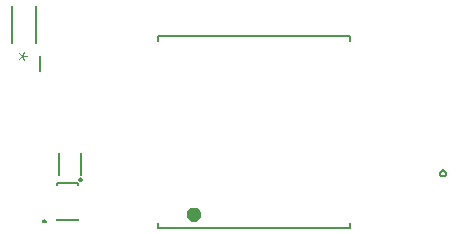
<source format=gbr>
G04 EAGLE Gerber RS-274X export*
G75*
%MOMM*%
%FSLAX34Y34*%
%LPD*%
%INSilkscreen Bottom*%
%IPPOS*%
%AMOC8*
5,1,8,0,0,1.08239X$1,22.5*%
G01*
%ADD10C,0.200000*%
%ADD11C,0.152400*%
%ADD12C,0.076200*%
%ADD13C,0.609600*%
%ADD14C,0.127000*%


D10*
X412500Y80000D02*
X412502Y80099D01*
X412508Y80199D01*
X412518Y80298D01*
X412532Y80396D01*
X412549Y80494D01*
X412571Y80591D01*
X412596Y80687D01*
X412625Y80782D01*
X412658Y80876D01*
X412695Y80968D01*
X412735Y81059D01*
X412779Y81148D01*
X412827Y81236D01*
X412878Y81321D01*
X412932Y81404D01*
X412989Y81486D01*
X413050Y81564D01*
X413114Y81641D01*
X413180Y81714D01*
X413250Y81785D01*
X413322Y81853D01*
X413397Y81919D01*
X413475Y81981D01*
X413555Y82040D01*
X413637Y82096D01*
X413721Y82148D01*
X413808Y82197D01*
X413896Y82243D01*
X413986Y82285D01*
X414078Y82324D01*
X414171Y82359D01*
X414265Y82390D01*
X414361Y82417D01*
X414458Y82440D01*
X414555Y82460D01*
X414653Y82476D01*
X414752Y82488D01*
X414851Y82496D01*
X414950Y82500D01*
X415050Y82500D01*
X415149Y82496D01*
X415248Y82488D01*
X415347Y82476D01*
X415445Y82460D01*
X415542Y82440D01*
X415639Y82417D01*
X415735Y82390D01*
X415829Y82359D01*
X415922Y82324D01*
X416014Y82285D01*
X416104Y82243D01*
X416192Y82197D01*
X416279Y82148D01*
X416363Y82096D01*
X416445Y82040D01*
X416525Y81981D01*
X416603Y81919D01*
X416678Y81853D01*
X416750Y81785D01*
X416820Y81714D01*
X416886Y81641D01*
X416950Y81564D01*
X417011Y81486D01*
X417068Y81404D01*
X417122Y81321D01*
X417173Y81236D01*
X417221Y81148D01*
X417265Y81059D01*
X417305Y80968D01*
X417342Y80876D01*
X417375Y80782D01*
X417404Y80687D01*
X417429Y80591D01*
X417451Y80494D01*
X417468Y80396D01*
X417482Y80298D01*
X417492Y80199D01*
X417498Y80099D01*
X417500Y80000D01*
X417498Y79901D01*
X417492Y79801D01*
X417482Y79702D01*
X417468Y79604D01*
X417451Y79506D01*
X417429Y79409D01*
X417404Y79313D01*
X417375Y79218D01*
X417342Y79124D01*
X417305Y79032D01*
X417265Y78941D01*
X417221Y78852D01*
X417173Y78764D01*
X417122Y78679D01*
X417068Y78596D01*
X417011Y78514D01*
X416950Y78436D01*
X416886Y78359D01*
X416820Y78286D01*
X416750Y78215D01*
X416678Y78147D01*
X416603Y78081D01*
X416525Y78019D01*
X416445Y77960D01*
X416363Y77904D01*
X416279Y77852D01*
X416192Y77803D01*
X416104Y77757D01*
X416014Y77715D01*
X415922Y77676D01*
X415829Y77641D01*
X415735Y77610D01*
X415639Y77583D01*
X415542Y77560D01*
X415445Y77540D01*
X415347Y77524D01*
X415248Y77512D01*
X415149Y77504D01*
X415050Y77500D01*
X414950Y77500D01*
X414851Y77504D01*
X414752Y77512D01*
X414653Y77524D01*
X414555Y77540D01*
X414458Y77560D01*
X414361Y77583D01*
X414265Y77610D01*
X414171Y77641D01*
X414078Y77676D01*
X413986Y77715D01*
X413896Y77757D01*
X413808Y77803D01*
X413721Y77852D01*
X413637Y77904D01*
X413555Y77960D01*
X413475Y78019D01*
X413397Y78081D01*
X413322Y78147D01*
X413250Y78215D01*
X413180Y78286D01*
X413114Y78359D01*
X413050Y78436D01*
X412989Y78514D01*
X412932Y78596D01*
X412878Y78679D01*
X412827Y78764D01*
X412779Y78852D01*
X412735Y78941D01*
X412695Y79032D01*
X412658Y79124D01*
X412625Y79218D01*
X412596Y79313D01*
X412571Y79409D01*
X412549Y79506D01*
X412532Y79604D01*
X412518Y79702D01*
X412508Y79801D01*
X412502Y79901D01*
X412500Y80000D01*
D11*
X49840Y190252D02*
X49840Y221748D01*
X70160Y221748D02*
X70160Y190252D01*
D12*
X62653Y179295D02*
X58674Y179295D01*
X55689Y181616D01*
X58674Y179295D02*
X55689Y176973D01*
X58674Y179295D02*
X60000Y182942D01*
X58674Y179295D02*
X60000Y175647D01*
D13*
X200600Y45300D02*
X200602Y45409D01*
X200608Y45518D01*
X200618Y45626D01*
X200632Y45734D01*
X200649Y45842D01*
X200671Y45949D01*
X200696Y46055D01*
X200726Y46159D01*
X200759Y46263D01*
X200796Y46366D01*
X200836Y46467D01*
X200880Y46566D01*
X200928Y46664D01*
X200980Y46761D01*
X201034Y46855D01*
X201092Y46947D01*
X201154Y47037D01*
X201219Y47124D01*
X201286Y47210D01*
X201357Y47293D01*
X201431Y47373D01*
X201508Y47450D01*
X201587Y47525D01*
X201669Y47596D01*
X201754Y47665D01*
X201841Y47730D01*
X201930Y47793D01*
X202022Y47851D01*
X202116Y47907D01*
X202211Y47959D01*
X202309Y48008D01*
X202408Y48053D01*
X202509Y48095D01*
X202611Y48132D01*
X202714Y48166D01*
X202819Y48197D01*
X202925Y48223D01*
X203031Y48246D01*
X203139Y48264D01*
X203247Y48279D01*
X203355Y48290D01*
X203464Y48297D01*
X203573Y48300D01*
X203682Y48299D01*
X203791Y48294D01*
X203899Y48285D01*
X204007Y48272D01*
X204115Y48255D01*
X204222Y48235D01*
X204328Y48210D01*
X204433Y48182D01*
X204537Y48150D01*
X204640Y48114D01*
X204742Y48074D01*
X204842Y48031D01*
X204940Y47984D01*
X205037Y47934D01*
X205131Y47880D01*
X205224Y47822D01*
X205315Y47762D01*
X205403Y47698D01*
X205489Y47631D01*
X205572Y47561D01*
X205653Y47488D01*
X205731Y47412D01*
X205806Y47333D01*
X205879Y47251D01*
X205948Y47167D01*
X206014Y47081D01*
X206077Y46992D01*
X206137Y46901D01*
X206194Y46808D01*
X206247Y46713D01*
X206296Y46616D01*
X206342Y46517D01*
X206384Y46417D01*
X206423Y46315D01*
X206458Y46211D01*
X206489Y46107D01*
X206517Y46002D01*
X206540Y45895D01*
X206560Y45788D01*
X206576Y45680D01*
X206588Y45572D01*
X206596Y45463D01*
X206600Y45354D01*
X206600Y45246D01*
X206596Y45137D01*
X206588Y45028D01*
X206576Y44920D01*
X206560Y44812D01*
X206540Y44705D01*
X206517Y44598D01*
X206489Y44493D01*
X206458Y44389D01*
X206423Y44285D01*
X206384Y44183D01*
X206342Y44083D01*
X206296Y43984D01*
X206247Y43887D01*
X206194Y43792D01*
X206137Y43699D01*
X206077Y43608D01*
X206014Y43519D01*
X205948Y43433D01*
X205879Y43349D01*
X205806Y43267D01*
X205731Y43188D01*
X205653Y43112D01*
X205572Y43039D01*
X205489Y42969D01*
X205403Y42902D01*
X205315Y42838D01*
X205224Y42778D01*
X205131Y42720D01*
X205037Y42666D01*
X204940Y42616D01*
X204842Y42569D01*
X204742Y42526D01*
X204640Y42486D01*
X204537Y42450D01*
X204433Y42418D01*
X204328Y42390D01*
X204222Y42365D01*
X204115Y42345D01*
X204007Y42328D01*
X203899Y42315D01*
X203791Y42306D01*
X203682Y42301D01*
X203573Y42300D01*
X203464Y42303D01*
X203355Y42310D01*
X203247Y42321D01*
X203139Y42336D01*
X203031Y42354D01*
X202925Y42377D01*
X202819Y42403D01*
X202714Y42434D01*
X202611Y42468D01*
X202509Y42505D01*
X202408Y42547D01*
X202309Y42592D01*
X202211Y42641D01*
X202116Y42693D01*
X202022Y42749D01*
X201930Y42807D01*
X201841Y42870D01*
X201754Y42935D01*
X201669Y43004D01*
X201587Y43075D01*
X201508Y43150D01*
X201431Y43227D01*
X201357Y43307D01*
X201286Y43390D01*
X201219Y43476D01*
X201154Y43563D01*
X201092Y43653D01*
X201034Y43745D01*
X200980Y43839D01*
X200928Y43936D01*
X200880Y44034D01*
X200836Y44133D01*
X200796Y44234D01*
X200759Y44337D01*
X200726Y44441D01*
X200696Y44545D01*
X200671Y44651D01*
X200649Y44758D01*
X200632Y44866D01*
X200618Y44974D01*
X200608Y45082D01*
X200602Y45191D01*
X200600Y45300D01*
D14*
X174000Y38000D02*
X174000Y34000D01*
X336000Y34000D01*
X336000Y38000D01*
X174000Y192000D02*
X174000Y196000D01*
X336000Y196000D01*
X336000Y192000D01*
X105500Y40500D02*
X88500Y40500D01*
X88500Y71500D02*
X105500Y71500D01*
X88500Y71500D02*
X88500Y70500D01*
X105500Y70500D02*
X105500Y71500D01*
X105500Y41500D02*
X105500Y40500D01*
X88500Y40500D02*
X88500Y41500D01*
D10*
X76500Y39500D02*
X76502Y39563D01*
X76508Y39625D01*
X76518Y39687D01*
X76531Y39749D01*
X76549Y39809D01*
X76570Y39868D01*
X76595Y39926D01*
X76624Y39982D01*
X76656Y40036D01*
X76691Y40088D01*
X76729Y40137D01*
X76771Y40185D01*
X76815Y40229D01*
X76863Y40271D01*
X76912Y40309D01*
X76964Y40344D01*
X77018Y40376D01*
X77074Y40405D01*
X77132Y40430D01*
X77191Y40451D01*
X77251Y40469D01*
X77313Y40482D01*
X77375Y40492D01*
X77437Y40498D01*
X77500Y40500D01*
X77563Y40498D01*
X77625Y40492D01*
X77687Y40482D01*
X77749Y40469D01*
X77809Y40451D01*
X77868Y40430D01*
X77926Y40405D01*
X77982Y40376D01*
X78036Y40344D01*
X78088Y40309D01*
X78137Y40271D01*
X78185Y40229D01*
X78229Y40185D01*
X78271Y40137D01*
X78309Y40088D01*
X78344Y40036D01*
X78376Y39982D01*
X78405Y39926D01*
X78430Y39868D01*
X78451Y39809D01*
X78469Y39749D01*
X78482Y39687D01*
X78492Y39625D01*
X78498Y39563D01*
X78500Y39500D01*
X78498Y39437D01*
X78492Y39375D01*
X78482Y39313D01*
X78469Y39251D01*
X78451Y39191D01*
X78430Y39132D01*
X78405Y39074D01*
X78376Y39018D01*
X78344Y38964D01*
X78309Y38912D01*
X78271Y38863D01*
X78229Y38815D01*
X78185Y38771D01*
X78137Y38729D01*
X78088Y38691D01*
X78036Y38656D01*
X77982Y38624D01*
X77926Y38595D01*
X77868Y38570D01*
X77809Y38549D01*
X77749Y38531D01*
X77687Y38518D01*
X77625Y38508D01*
X77563Y38502D01*
X77500Y38500D01*
X77437Y38502D01*
X77375Y38508D01*
X77313Y38518D01*
X77251Y38531D01*
X77191Y38549D01*
X77132Y38570D01*
X77074Y38595D01*
X77018Y38624D01*
X76964Y38656D01*
X76912Y38691D01*
X76863Y38729D01*
X76815Y38771D01*
X76771Y38815D01*
X76729Y38863D01*
X76691Y38912D01*
X76656Y38964D01*
X76624Y39018D01*
X76595Y39074D01*
X76570Y39132D01*
X76549Y39191D01*
X76531Y39251D01*
X76518Y39313D01*
X76508Y39375D01*
X76502Y39437D01*
X76500Y39500D01*
D11*
X73506Y166904D02*
X73506Y179096D01*
X89856Y97144D02*
X89856Y78856D01*
X108144Y78856D02*
X108144Y97144D01*
X108144Y75808D02*
X108081Y75806D01*
X108019Y75800D01*
X107957Y75791D01*
X107896Y75777D01*
X107836Y75760D01*
X107777Y75739D01*
X107719Y75715D01*
X107663Y75687D01*
X107609Y75656D01*
X107557Y75621D01*
X107507Y75584D01*
X107460Y75543D01*
X107415Y75499D01*
X107372Y75453D01*
X107333Y75404D01*
X107297Y75353D01*
X107264Y75300D01*
X107235Y75245D01*
X107208Y75188D01*
X107186Y75130D01*
X107167Y75070D01*
X107152Y75009D01*
X107140Y74948D01*
X107132Y74886D01*
X107128Y74823D01*
X107128Y74761D01*
X107132Y74698D01*
X107140Y74636D01*
X107152Y74575D01*
X107167Y74514D01*
X107186Y74454D01*
X107208Y74396D01*
X107235Y74339D01*
X107264Y74284D01*
X107297Y74231D01*
X107333Y74180D01*
X107372Y74131D01*
X107415Y74085D01*
X107460Y74041D01*
X107507Y74000D01*
X107557Y73963D01*
X107609Y73928D01*
X107663Y73897D01*
X107719Y73869D01*
X107777Y73845D01*
X107836Y73824D01*
X107896Y73807D01*
X107957Y73793D01*
X108019Y73784D01*
X108081Y73778D01*
X108144Y73776D01*
X108207Y73778D01*
X108269Y73784D01*
X108331Y73793D01*
X108392Y73807D01*
X108452Y73824D01*
X108511Y73845D01*
X108569Y73869D01*
X108625Y73897D01*
X108679Y73928D01*
X108731Y73963D01*
X108781Y74000D01*
X108828Y74041D01*
X108873Y74085D01*
X108916Y74131D01*
X108955Y74180D01*
X108991Y74231D01*
X109024Y74284D01*
X109053Y74339D01*
X109080Y74396D01*
X109102Y74454D01*
X109121Y74514D01*
X109136Y74575D01*
X109148Y74636D01*
X109156Y74698D01*
X109160Y74761D01*
X109160Y74823D01*
X109156Y74886D01*
X109148Y74948D01*
X109136Y75009D01*
X109121Y75070D01*
X109102Y75130D01*
X109080Y75188D01*
X109053Y75245D01*
X109024Y75300D01*
X108991Y75353D01*
X108955Y75404D01*
X108916Y75453D01*
X108873Y75499D01*
X108828Y75543D01*
X108781Y75584D01*
X108731Y75621D01*
X108679Y75656D01*
X108625Y75687D01*
X108569Y75715D01*
X108511Y75739D01*
X108452Y75760D01*
X108392Y75777D01*
X108331Y75791D01*
X108269Y75800D01*
X108207Y75806D01*
X108144Y75808D01*
M02*

</source>
